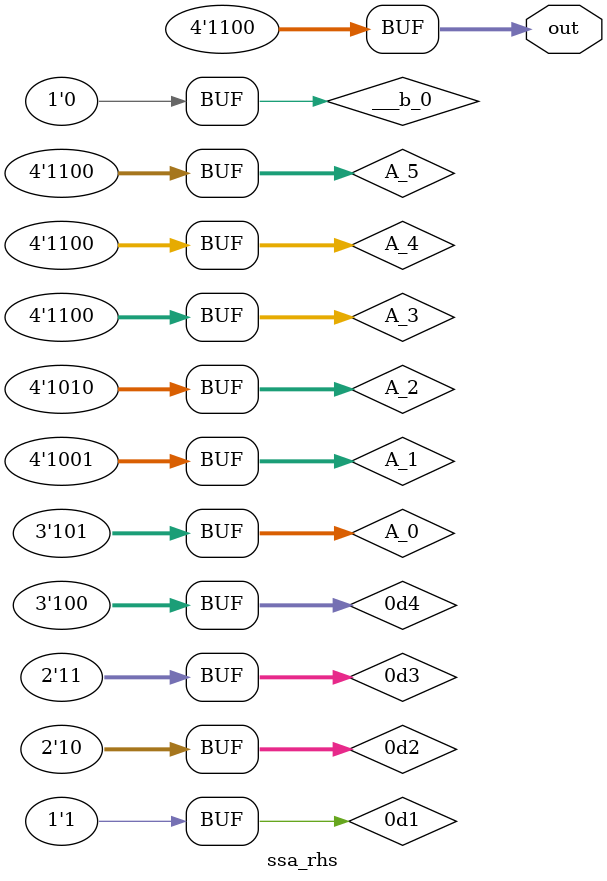
<source format=v>
/* Generated by Yosys 0.9+2406 (git sha1 a66200ed, clang 10.0.0 -fPIC -Os) */

module ssa_rhs(out);
  wire \0d1 ;
  wire [1:0] \0d2 ;
  wire [1:0] \0d3 ;
  wire [2:0] \0d4 ;
  wire [2:0] A_0;
  wire [3:0] A_1;
  wire [3:0] A_2;
  wire [3:0] A_3;
  wire [3:0] A_4;
  wire [3:0] A_5;
  wire ___b_0;
  output [3:0] out;
  assign A_1 = \0d4  + A_0;
  assign ___b_0 = A_0 == A_1;
  assign A_2 = \0d1  + A_1;
  assign A_3 = \0d2  + A_2;
  assign A_4 = \0d3  + A_1;
  assign A_5 = ___b_0 ? A_3 : A_4;
  assign A_0 = 3'h5;
  assign \0d4  = 3'h4;
  assign \0d1  = 1'h1;
  assign \0d2  = 2'h2;
  assign \0d3  = 2'h3;
  assign out = A_5;
endmodule

</source>
